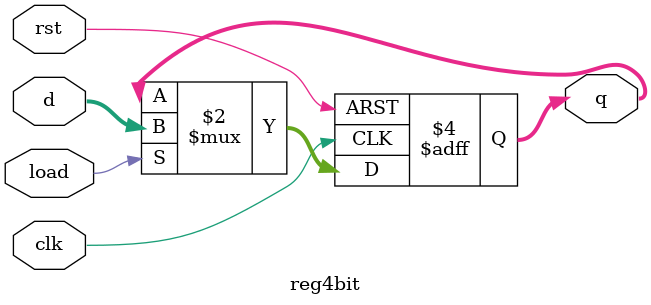
<source format=v>
module reg4bit (
    input clk,
    input rst,
    input load,
    input [3:0] d,       // datele de intrare
    output reg [3:0] q   // datele de ie?ire
);

    always @(posedge clk or posedge rst) begin
        if (rst)
            q <= 4'b0000;
        else if (load)
            q <= d;
    end


endmodule

</source>
